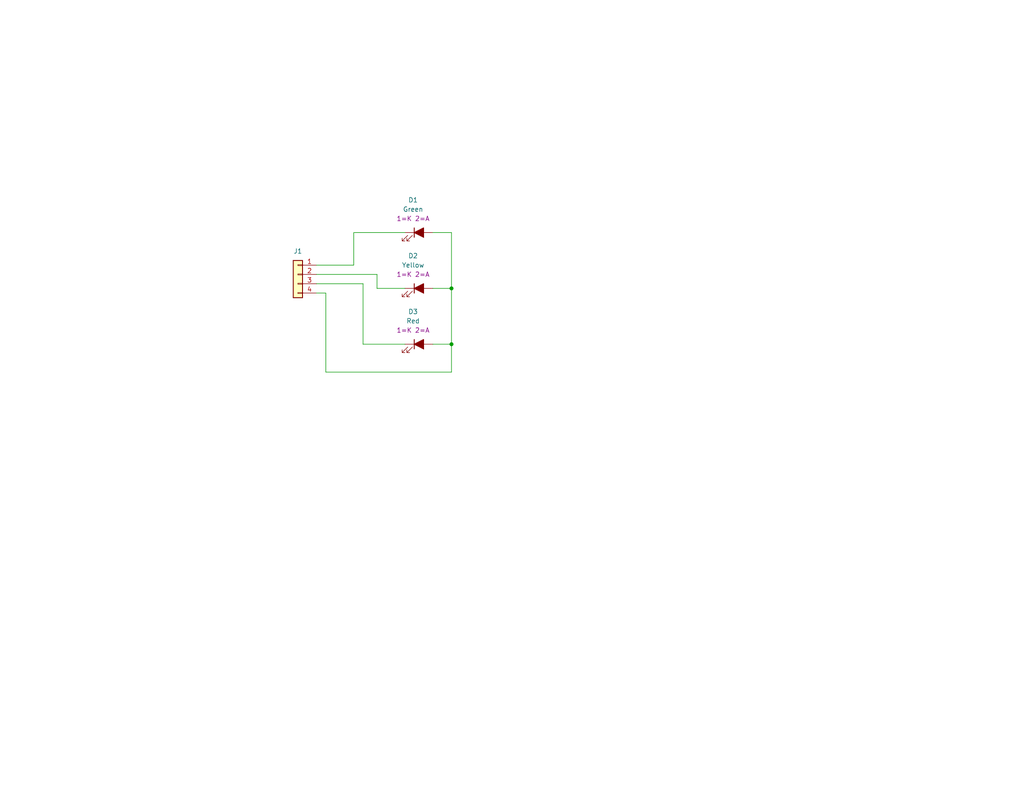
<source format=kicad_sch>
(kicad_sch (version 20250114) (generator "eeschema") (generator_version "9.0")
  (paper "A")
  (title_block (title "Signal Head 3") (date "2025-03-29") (rev "n/c") (company "DMFE") (comment 1 "Three LED Signal Head"))
  (lib_symbols
    (symbol "Connector_Generic:Conn_01x04" (pin_names (offset 1.016) (hide yes))
      (property "Reference" "J" (at 0 5.08 0))
      (property "Value" "Conn_01x04" (at 0 -7.62 0))
      (symbol "Conn_01x04_1_1"
        (rectangle (start -1.27 3.81) (end 1.27 -6.35) (stroke (width 0.254)) (fill (type background)))
        (rectangle (start -1.27 2.667) (end 0 2.413) (stroke (width 0.1524)))
        (rectangle (start -1.27 0.127) (end 0 -0.127) (stroke (width 0.1524)))
        (rectangle (start -1.27 -2.413) (end 0 -2.667) (stroke (width 0.1524)))
        (rectangle (start -1.27 -4.953) (end 0 -5.207) (stroke (width 0.1524)))
        (pin passive line (at -5.08 2.54 0) (length 3.81) (name "Pin_1") (number "1"))
        (pin passive line (at -5.08 0 0) (length 3.81) (name "Pin_2") (number "2"))
        (pin passive line (at -5.08 -2.54 0) (length 3.81) (name "Pin_3") (number "3"))
        (pin passive line (at -5.08 -5.08 0) (length 3.81) (name "Pin_4") (number "4"))
      )
    )
    (symbol "Device:LED_Filled" (pin_numbers (hide yes)) (pin_names (offset 1.016) (hide yes))
      (property "Reference" "D" (at 0 2.54 0))
      (property "Value" "LED_Filled" (at 0 -2.54 0))
      (property "Sim.Pins" "1=K 2=A" (at 0 0 0))
      (symbol "LED_Filled_0_1"
        (polyline (pts (xy -3.048 -0.762) (xy -4.572 -2.286) (xy -3.81 -2.286) (xy -4.572 -2.286) (xy -4.572 -1.524)))
        (polyline (pts (xy -1.778 -0.762) (xy -3.302 -2.286) (xy -2.54 -2.286) (xy -3.302 -2.286) (xy -3.302 -1.524)))
        (polyline (pts (xy -1.27 0) (xy 1.27 0)))
        (polyline (pts (xy -1.27 -1.27) (xy -1.27 1.27)) (stroke (width 0.254)))
        (polyline (pts (xy 1.27 -1.27) (xy 1.27 1.27) (xy -1.27 0) (xy 1.27 -1.27)) (stroke (width 0.254)) (fill (type outline)))
      )
      (symbol "LED_Filled_1_1"
        (pin passive line (at -3.81 0 0) (length 2.54) (name "K") (number "1"))
        (pin passive line (at 3.81 0 180) (length 2.54) (name "A") (number "2"))
      )
    )
  )
  (junction (at 123.19 78.74))
  (junction (at 123.19 93.98))
  (wire (pts (xy 86.36 74.93) (xy 102.87 74.93)))
  (wire (pts (xy 88.9 80.01) (xy 86.36 80.01)))
  (wire (pts (xy 96.52 63.5) (xy 110.49 63.5)))
  (wire (pts (xy 123.19 78.74) (xy 123.19 93.98)))
  (wire (pts (xy 123.19 93.98) (xy 123.19 101.6)))
  (wire (pts (xy 118.11 93.98) (xy 123.19 93.98)))
  (wire (pts (xy 99.06 93.98) (xy 110.49 93.98)))
  (wire (pts (xy 86.36 72.39) (xy 96.52 72.39)))
  (wire (pts (xy 118.11 63.5) (xy 123.19 63.5)))
  (wire (pts (xy 123.19 101.6) (xy 88.9 101.6)))
  (wire (pts (xy 99.06 77.47) (xy 99.06 93.98)))
  (wire (pts (xy 102.87 74.93) (xy 102.87 78.74)))
  (wire (pts (xy 96.52 72.39) (xy 96.52 63.5)))
  (wire (pts (xy 123.19 63.5) (xy 123.19 78.74)))
  (wire (pts (xy 118.11 78.74) (xy 123.19 78.74)))
  (wire (pts (xy 86.36 77.47) (xy 99.06 77.47)))
  (wire (pts (xy 102.87 78.74) (xy 110.49 78.74)))
  (wire (pts (xy 88.9 101.6) (xy 88.9 80.01)))
  (symbol (lib_id "Device:LED_Filled") (at 114.3 78.74 0) (unit 1)
    (property "Reference" "D2" (at 112.7125 69.85 0))
    (property "Value" "Yellow" (at 112.7125 72.39 0))
    (property "Footprint" "LED_SMD:LED_0603_1608Metric_Pad1.05x0.95mm_HandSolder" (effects (hide yes)))
    (property "Description" "Light emitting diode, filled shape" (effects (hide yes)))
    (property "Sim.Pins" "1=K 2=A" (at 112.7125 74.93 0))
  )
  (symbol (lib_id "Connector_Generic:Conn_01x04") (at 81.28 74.93 0) (mirror y) (unit 1)
    (property "Reference" "J1" (at 81.28 68.58 0))
    (property "Value" "Conn_01x04" (effects (hide yes)))
    (property "Footprint" "Connector_PinHeader_1.00mm:PinHeader_1x04_P1.00mm_Vertical" (effects (hide yes)))
    (property "Description" "Generic connector, single row, 01x04, script generated (kicad-library-utils/schlib/autogen/connector/)" (effects (hide yes)))
  )
  (symbol (lib_id "Device:LED_Filled") (at 114.3 63.5 0) (unit 1)
    (property "Reference" "D1" (at 112.7125 54.61 0))
    (property "Value" "Green" (at 112.7125 57.15 0))
    (property "Footprint" "LED_SMD:LED_0603_1608Metric_Pad1.05x0.95mm_HandSolder" (effects (hide yes)))
    (property "Description" "Light emitting diode, filled shape" (effects (hide yes)))
    (property "Sim.Pins" "1=K 2=A" (at 112.7125 59.69 0))
  )
  (symbol (lib_id "Device:LED_Filled") (at 114.3 93.98 0) (unit 1)
    (property "Reference" "D3" (at 112.7125 85.09 0))
    (property "Value" "Red" (at 112.7125 87.63 0))
    (property "Footprint" "LED_SMD:LED_0603_1608Metric_Pad1.05x0.95mm_HandSolder" (effects (hide yes)))
    (property "Description" "Light emitting diode, filled shape" (effects (hide yes)))
    (property "Sim.Pins" "1=K 2=A" (at 112.7125 90.17 0))
  )
)
</source>
